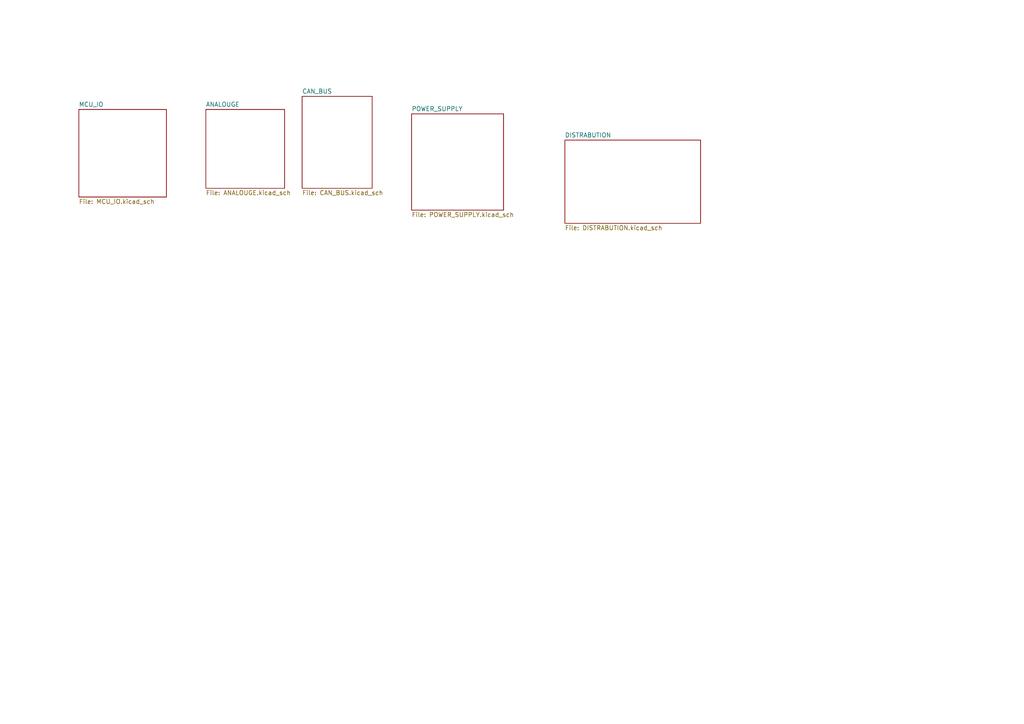
<source format=kicad_sch>
(kicad_sch
	(version 20250114)
	(generator "eeschema")
	(generator_version "9.0")
	(uuid "2800815a-f06a-4e36-93dc-fea3151edeb4")
	(paper "A4")
	(lib_symbols)
	(sheet
		(at 87.63 27.94)
		(size 20.32 26.67)
		(exclude_from_sim no)
		(in_bom yes)
		(on_board yes)
		(dnp no)
		(fields_autoplaced yes)
		(stroke
			(width 0.1524)
			(type solid)
		)
		(fill
			(color 0 0 0 0.0000)
		)
		(uuid "4bb0e25f-21bd-4c8e-b812-67de67b3250d")
		(property "Sheetname" "CAN_BUS"
			(at 87.63 27.2284 0)
			(effects
				(font
					(size 1.27 1.27)
				)
				(justify left bottom)
			)
		)
		(property "Sheetfile" "CAN_BUS.kicad_sch"
			(at 87.63 55.1946 0)
			(effects
				(font
					(size 1.27 1.27)
				)
				(justify left top)
			)
		)
		(instances
			(project "distrabution_controler"
				(path "/2800815a-f06a-4e36-93dc-fea3151edeb4"
					(page "4")
				)
			)
		)
	)
	(sheet
		(at 59.69 31.75)
		(size 22.86 22.86)
		(exclude_from_sim no)
		(in_bom yes)
		(on_board yes)
		(dnp no)
		(fields_autoplaced yes)
		(stroke
			(width 0.1524)
			(type solid)
		)
		(fill
			(color 0 0 0 0.0000)
		)
		(uuid "64c96306-6452-4765-9119-2ed1bbe85c0a")
		(property "Sheetname" "ANALOUGE"
			(at 59.69 31.0384 0)
			(effects
				(font
					(size 1.27 1.27)
				)
				(justify left bottom)
			)
		)
		(property "Sheetfile" "ANALOUGE.kicad_sch"
			(at 59.69 55.1946 0)
			(effects
				(font
					(size 1.27 1.27)
				)
				(justify left top)
			)
		)
		(instances
			(project "distrabution_controler"
				(path "/2800815a-f06a-4e36-93dc-fea3151edeb4"
					(page "3")
				)
			)
		)
	)
	(sheet
		(at 163.83 40.64)
		(size 39.37 24.13)
		(exclude_from_sim no)
		(in_bom yes)
		(on_board yes)
		(dnp no)
		(fields_autoplaced yes)
		(stroke
			(width 0.1524)
			(type solid)
		)
		(fill
			(color 0 0 0 0.0000)
		)
		(uuid "7fbfb42f-96da-4e82-966c-81097b84f0b1")
		(property "Sheetname" "DISTRABUTION"
			(at 163.83 39.9284 0)
			(effects
				(font
					(size 1.27 1.27)
				)
				(justify left bottom)
			)
		)
		(property "Sheetfile" "DISTRABUTION.kicad_sch"
			(at 163.83 65.3546 0)
			(effects
				(font
					(size 1.27 1.27)
				)
				(justify left top)
			)
		)
		(instances
			(project "distrabution_controler"
				(path "/2800815a-f06a-4e36-93dc-fea3151edeb4"
					(page "6")
				)
			)
		)
	)
	(sheet
		(at 119.38 33.02)
		(size 26.67 27.94)
		(exclude_from_sim no)
		(in_bom yes)
		(on_board yes)
		(dnp no)
		(fields_autoplaced yes)
		(stroke
			(width 0.1524)
			(type solid)
		)
		(fill
			(color 0 0 0 0.0000)
		)
		(uuid "925a5d1c-4c1f-4d79-8354-11bd5f3ca015")
		(property "Sheetname" "POWER_SUPPLY"
			(at 119.38 32.3084 0)
			(effects
				(font
					(size 1.27 1.27)
				)
				(justify left bottom)
			)
		)
		(property "Sheetfile" "POWER_SUPPLY.kicad_sch"
			(at 119.38 61.5446 0)
			(effects
				(font
					(size 1.27 1.27)
				)
				(justify left top)
			)
		)
		(instances
			(project "distrabution_controler"
				(path "/2800815a-f06a-4e36-93dc-fea3151edeb4"
					(page "5")
				)
			)
		)
	)
	(sheet
		(at 22.86 31.75)
		(size 25.4 25.4)
		(exclude_from_sim no)
		(in_bom yes)
		(on_board yes)
		(dnp no)
		(fields_autoplaced yes)
		(stroke
			(width 0.1524)
			(type solid)
		)
		(fill
			(color 0 0 0 0.0000)
		)
		(uuid "cc9feaf5-e3f6-4501-9fb5-0cfb07e51032")
		(property "Sheetname" "MCU_IO"
			(at 22.86 31.0384 0)
			(effects
				(font
					(size 1.27 1.27)
				)
				(justify left bottom)
			)
		)
		(property "Sheetfile" "MCU_IO.kicad_sch"
			(at 22.86 57.7346 0)
			(effects
				(font
					(size 1.27 1.27)
				)
				(justify left top)
			)
		)
		(instances
			(project "distrabution_controler"
				(path "/2800815a-f06a-4e36-93dc-fea3151edeb4"
					(page "2")
				)
			)
		)
	)
	(sheet_instances
		(path "/"
			(page "1")
		)
	)
	(embedded_fonts no)
)

</source>
